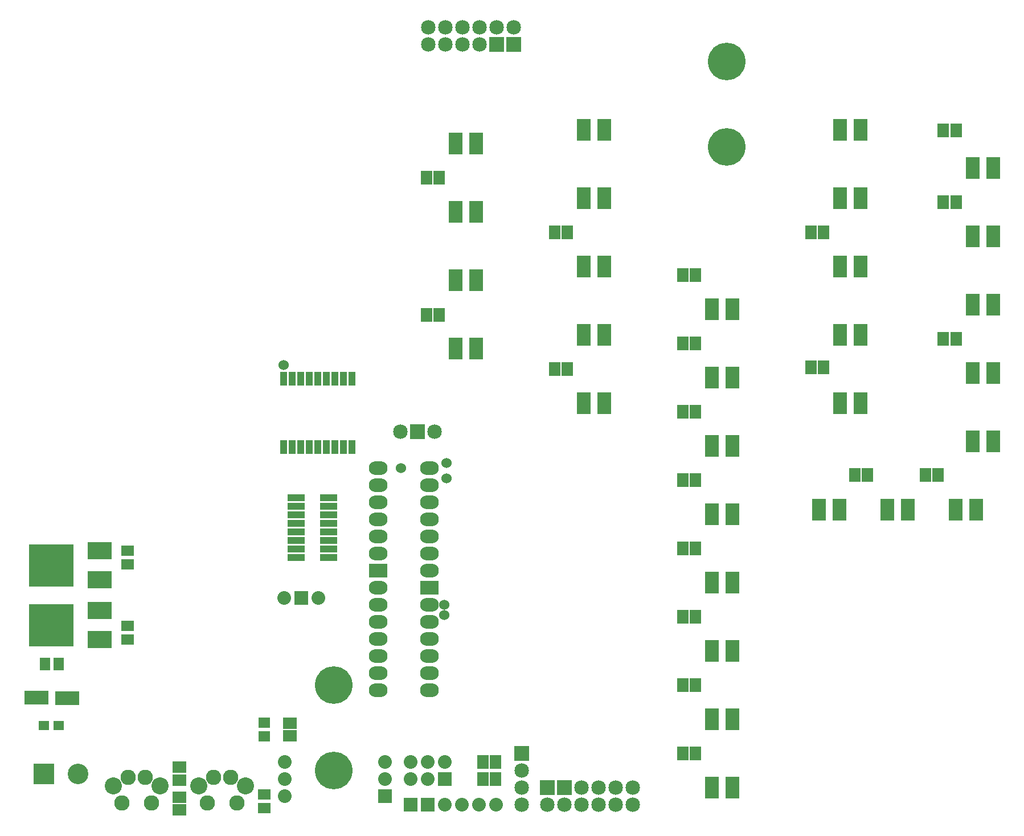
<source format=gbs>
G04 (created by PCBNEW-RS274X (2011-12-28 BZR 3254)-stable) date 7/17/2012 5:32:20 PM*
G01*
G70*
G90*
%MOIN*%
G04 Gerber Fmt 3.4, Leading zero omitted, Abs format*
%FSLAX34Y34*%
G04 APERTURE LIST*
%ADD10C,0.006000*%
%ADD11R,0.071200X0.079000*%
%ADD12C,0.080000*%
%ADD13R,0.080000X0.080000*%
%ADD14C,0.220000*%
%ADD15R,0.060000X0.055000*%
%ADD16R,0.042000X0.080000*%
%ADD17R,0.100000X0.044000*%
%ADD18R,0.079000X0.071200*%
%ADD19C,0.085000*%
%ADD20R,0.085000X0.085000*%
%ADD21C,0.060000*%
%ADD22O,0.110000X0.080000*%
%ADD23R,0.110000X0.080000*%
%ADD24R,0.140000X0.084000*%
%ADD25R,0.076000X0.062000*%
%ADD26R,0.062000X0.076000*%
%ADD27R,0.264000X0.248000*%
%ADD28R,0.140000X0.100000*%
%ADD29C,0.090000*%
%ADD30C,0.100000*%
%ADD31R,0.070000X0.060000*%
%ADD32R,0.080000X0.130000*%
%ADD33R,0.120000X0.120000*%
%ADD34C,0.120000*%
G04 APERTURE END LIST*
G54D10*
G54D11*
X69925Y-31750D03*
X69175Y-31750D03*
X54675Y-48000D03*
X53925Y-48000D03*
X54675Y-28000D03*
X53925Y-28000D03*
X54675Y-32000D03*
X53925Y-32000D03*
X54675Y-36000D03*
X53925Y-36000D03*
X54675Y-40000D03*
X53925Y-40000D03*
X54675Y-44000D03*
X53925Y-44000D03*
X54675Y-52000D03*
X53925Y-52000D03*
X54675Y-56000D03*
X53925Y-56000D03*
X64000Y-39700D03*
X64750Y-39700D03*
X68875Y-39700D03*
X68125Y-39700D03*
X69925Y-23750D03*
X69175Y-23750D03*
X69925Y-19525D03*
X69175Y-19525D03*
X62175Y-33400D03*
X61425Y-33400D03*
X62175Y-25500D03*
X61425Y-25500D03*
X39675Y-22300D03*
X38925Y-22300D03*
X47175Y-33500D03*
X46425Y-33500D03*
X47175Y-25500D03*
X46425Y-25500D03*
X39675Y-30350D03*
X38925Y-30350D03*
G54D12*
X32590Y-46900D03*
X30590Y-46900D03*
G54D13*
X31590Y-46900D03*
G54D14*
X33500Y-57000D03*
X33500Y-52000D03*
G54D15*
X17400Y-54375D03*
X16550Y-54375D03*
G54D16*
X34560Y-38080D03*
X34060Y-38080D03*
X33560Y-38080D03*
X33060Y-38080D03*
X32560Y-38080D03*
X32060Y-38080D03*
X31560Y-38080D03*
X31060Y-38080D03*
X31060Y-34080D03*
X31560Y-34080D03*
X32060Y-34080D03*
X32560Y-34080D03*
X33060Y-34080D03*
X33560Y-34080D03*
X34060Y-34080D03*
X34560Y-34080D03*
X30560Y-38080D03*
X30560Y-34080D03*
G54D17*
X31300Y-44550D03*
X31300Y-44050D03*
X31300Y-43550D03*
X31300Y-43050D03*
X31300Y-42550D03*
X31300Y-42050D03*
X31300Y-41550D03*
X31300Y-41050D03*
X33200Y-41050D03*
X33200Y-41550D03*
X33200Y-42050D03*
X33200Y-42550D03*
X33200Y-43050D03*
X33200Y-43550D03*
X33200Y-44050D03*
X33200Y-44550D03*
G54D18*
X24480Y-56815D03*
X24480Y-57565D03*
X24480Y-58565D03*
X24480Y-59315D03*
X30925Y-54225D03*
X30925Y-54975D03*
G54D11*
X42225Y-56500D03*
X42975Y-56500D03*
X42225Y-57500D03*
X42975Y-57500D03*
G54D19*
X44500Y-59000D03*
G54D20*
X44500Y-56000D03*
G54D19*
X44500Y-57000D03*
X44500Y-58000D03*
G54D21*
X30560Y-33280D03*
X37450Y-39300D03*
X40100Y-39000D03*
X40100Y-39900D03*
G54D12*
X38000Y-56500D03*
X38000Y-57500D03*
X39000Y-56500D03*
X39000Y-57500D03*
X40000Y-56500D03*
G54D13*
X40000Y-57500D03*
X38000Y-59000D03*
X39000Y-59000D03*
G54D12*
X40000Y-59000D03*
X41000Y-59000D03*
X42000Y-59000D03*
X43000Y-59000D03*
G54D22*
X36100Y-51300D03*
X36100Y-50300D03*
X36100Y-49300D03*
X36100Y-48300D03*
X36100Y-47300D03*
X36100Y-46300D03*
G54D23*
X36100Y-45300D03*
G54D22*
X36100Y-44300D03*
X36100Y-43300D03*
X36100Y-42300D03*
X36100Y-41300D03*
X36100Y-40300D03*
X36100Y-39300D03*
X36100Y-52300D03*
X39100Y-39300D03*
X39100Y-40300D03*
X39100Y-41300D03*
X39100Y-42300D03*
X39100Y-43300D03*
X39100Y-44300D03*
X39100Y-45300D03*
G54D23*
X39100Y-46300D03*
G54D22*
X39100Y-47300D03*
X39100Y-48300D03*
X39100Y-49300D03*
X39100Y-50300D03*
X39100Y-51300D03*
X39100Y-52300D03*
G54D24*
X17900Y-52775D03*
X16100Y-52750D03*
G54D25*
X21440Y-44150D03*
X21440Y-44950D03*
X29450Y-58400D03*
X29450Y-59200D03*
X21440Y-49350D03*
X21440Y-48550D03*
G54D26*
X17400Y-50760D03*
X16600Y-50760D03*
G54D19*
X46000Y-59000D03*
X47000Y-59000D03*
X48000Y-59000D03*
X49000Y-59000D03*
X50000Y-59000D03*
X51000Y-59000D03*
G54D20*
X46000Y-58000D03*
X47000Y-58000D03*
G54D19*
X48000Y-58000D03*
X49000Y-58000D03*
X50000Y-58000D03*
X51000Y-58000D03*
G54D20*
X44025Y-14500D03*
X43025Y-14500D03*
G54D19*
X42025Y-14500D03*
X41025Y-14500D03*
X40025Y-14500D03*
X39025Y-14500D03*
X44025Y-13500D03*
X43025Y-13500D03*
X42025Y-13500D03*
X41025Y-13500D03*
X40025Y-13500D03*
X39025Y-13500D03*
G54D12*
X30625Y-56500D03*
X30625Y-57500D03*
X30625Y-58500D03*
X36500Y-56500D03*
X36500Y-57500D03*
G54D13*
X36500Y-58500D03*
G54D27*
X16975Y-48500D03*
G54D28*
X19800Y-49350D03*
X19800Y-47650D03*
G54D27*
X16975Y-45000D03*
G54D28*
X19800Y-45850D03*
X19800Y-44150D03*
G54D19*
X37400Y-37175D03*
G54D20*
X38400Y-37175D03*
G54D19*
X39400Y-37175D03*
G54D21*
X39960Y-47300D03*
X39960Y-47900D03*
G54D14*
X56500Y-20500D03*
X56500Y-15500D03*
G54D29*
X22855Y-58890D03*
X21105Y-58890D03*
G54D30*
X23355Y-57890D03*
X20605Y-57890D03*
G54D29*
X21480Y-57390D03*
X22480Y-57390D03*
X27855Y-58890D03*
X26105Y-58890D03*
G54D30*
X28355Y-57890D03*
X25605Y-57890D03*
G54D29*
X26480Y-57390D03*
X27480Y-57390D03*
G54D31*
X29450Y-55000D03*
X29450Y-54200D03*
G54D32*
X55650Y-30000D03*
X56850Y-30000D03*
X55650Y-34000D03*
X56850Y-34000D03*
X55650Y-38000D03*
X56850Y-38000D03*
X55650Y-42000D03*
X56850Y-42000D03*
X55650Y-46000D03*
X56850Y-46000D03*
X55650Y-50000D03*
X56850Y-50000D03*
X55650Y-54000D03*
X56850Y-54000D03*
X55650Y-58000D03*
X56850Y-58000D03*
X40650Y-20300D03*
X41850Y-20300D03*
X40650Y-24300D03*
X41850Y-24300D03*
X40650Y-28300D03*
X41850Y-28300D03*
X40650Y-32300D03*
X41850Y-32300D03*
X48150Y-23500D03*
X49350Y-23500D03*
X48150Y-27500D03*
X49350Y-27500D03*
X48150Y-31500D03*
X49350Y-31500D03*
X48150Y-35500D03*
X49350Y-35500D03*
X63150Y-23500D03*
X64350Y-23500D03*
X63150Y-27500D03*
X64350Y-27500D03*
X63150Y-31500D03*
X64350Y-31500D03*
X63150Y-35500D03*
X64350Y-35500D03*
X48150Y-19500D03*
X49350Y-19500D03*
X64350Y-19500D03*
X63150Y-19500D03*
X70900Y-21750D03*
X72100Y-21750D03*
X70900Y-25750D03*
X72100Y-25750D03*
X70900Y-29750D03*
X72100Y-29750D03*
X70900Y-33750D03*
X72100Y-33750D03*
X70900Y-37750D03*
X72100Y-37750D03*
X69900Y-41750D03*
X71100Y-41750D03*
X65900Y-41750D03*
X67100Y-41750D03*
X61900Y-41750D03*
X63100Y-41750D03*
G54D33*
X16550Y-57200D03*
G54D34*
X18550Y-57200D03*
M02*

</source>
